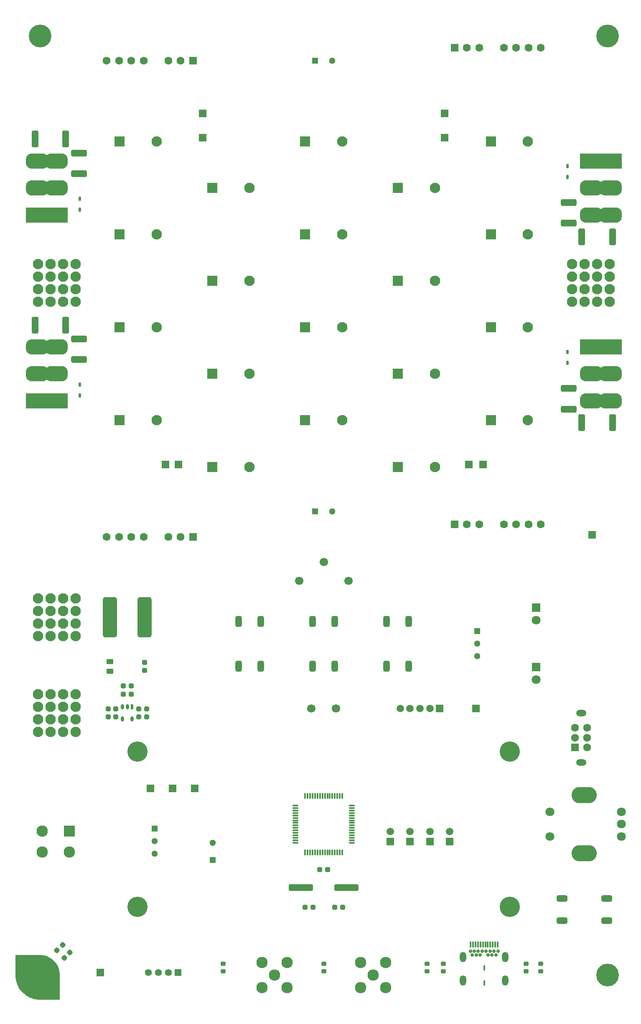
<source format=gts>
G04 Layer_Color=8388736*
%FSLAX44Y44*%
%MOMM*%
G71*
G01*
G75*
%ADD37R,1.4000X1.4000*%
%ADD43C,1.7000*%
%ADD44C,1.5000*%
%ADD45R,1.5000X1.5000*%
%ADD47C,1.4000*%
%ADD52C,1.6000*%
%ADD55R,2.3000X2.3000*%
%ADD56C,2.3000*%
%ADD60R,1.3000X1.3000*%
%ADD61C,1.3000*%
%ADD107R,0.3000X1.1000*%
%ADD108O,0.4000X1.3000*%
%ADD109R,0.4000X1.3000*%
G04:AMPARAMS|DCode=110|XSize=0.9mm|YSize=1mm|CornerRadius=0.25mm|HoleSize=0mm|Usage=FLASHONLY|Rotation=270.000|XOffset=0mm|YOffset=0mm|HoleType=Round|Shape=RoundedRectangle|*
%AMROUNDEDRECTD110*
21,1,0.9000,0.5000,0,0,270.0*
21,1,0.4000,1.0000,0,0,270.0*
1,1,0.5000,-0.2500,-0.2000*
1,1,0.5000,-0.2500,0.2000*
1,1,0.5000,0.2500,0.2000*
1,1,0.5000,0.2500,-0.2000*
%
%ADD110ROUNDEDRECTD110*%
G04:AMPARAMS|DCode=111|XSize=2.2mm|YSize=1.3mm|CornerRadius=0.35mm|HoleSize=0mm|Usage=FLASHONLY|Rotation=180.000|XOffset=0mm|YOffset=0mm|HoleType=Round|Shape=RoundedRectangle|*
%AMROUNDEDRECTD111*
21,1,2.2000,0.6000,0,0,180.0*
21,1,1.5000,1.3000,0,0,180.0*
1,1,0.7000,-0.7500,0.3000*
1,1,0.7000,0.7500,0.3000*
1,1,0.7000,0.7500,-0.3000*
1,1,0.7000,-0.7500,-0.3000*
%
%ADD111ROUNDEDRECTD111*%
%ADD112O,1.3000X0.3500*%
%ADD113O,0.3500X1.3000*%
%ADD114R,0.3500X1.3000*%
G04:AMPARAMS|DCode=115|XSize=4.9mm|YSize=1.3mm|CornerRadius=0.242mm|HoleSize=0mm|Usage=FLASHONLY|Rotation=180.000|XOffset=0mm|YOffset=0mm|HoleType=Round|Shape=RoundedRectangle|*
%AMROUNDEDRECTD115*
21,1,4.9000,0.8160,0,0,180.0*
21,1,4.4160,1.3000,0,0,180.0*
1,1,0.4840,-2.2080,0.4080*
1,1,0.4840,2.2080,0.4080*
1,1,0.4840,2.2080,-0.4080*
1,1,0.4840,-2.2080,-0.4080*
%
%ADD115ROUNDEDRECTD115*%
G04:AMPARAMS|DCode=116|XSize=1mm|YSize=1mm|CornerRadius=0.2795mm|HoleSize=0mm|Usage=FLASHONLY|Rotation=180.000|XOffset=0mm|YOffset=0mm|HoleType=Round|Shape=RoundedRectangle|*
%AMROUNDEDRECTD116*
21,1,1.0000,0.4410,0,0,180.0*
21,1,0.4410,1.0000,0,0,180.0*
1,1,0.5590,-0.2205,0.2205*
1,1,0.5590,0.2205,0.2205*
1,1,0.5590,0.2205,-0.2205*
1,1,0.5590,-0.2205,-0.2205*
%
%ADD116ROUNDEDRECTD116*%
G04:AMPARAMS|DCode=117|XSize=2.2mm|YSize=1.3mm|CornerRadius=0.35mm|HoleSize=0mm|Usage=FLASHONLY|Rotation=90.000|XOffset=0mm|YOffset=0mm|HoleType=Round|Shape=RoundedRectangle|*
%AMROUNDEDRECTD117*
21,1,2.2000,0.6000,0,0,90.0*
21,1,1.5000,1.3000,0,0,90.0*
1,1,0.7000,0.3000,0.7500*
1,1,0.7000,0.3000,-0.7500*
1,1,0.7000,-0.3000,-0.7500*
1,1,0.7000,-0.3000,0.7500*
%
%ADD117ROUNDEDRECTD117*%
%ADD118R,0.6000X1.1000*%
%ADD119O,0.6000X1.1000*%
G04:AMPARAMS|DCode=120|XSize=1mm|YSize=1mm|CornerRadius=0.2795mm|HoleSize=0mm|Usage=FLASHONLY|Rotation=270.000|XOffset=0mm|YOffset=0mm|HoleType=Round|Shape=RoundedRectangle|*
%AMROUNDEDRECTD120*
21,1,1.0000,0.4410,0,0,270.0*
21,1,0.4410,1.0000,0,0,270.0*
1,1,0.5590,-0.2205,-0.2205*
1,1,0.5590,-0.2205,0.2205*
1,1,0.5590,0.2205,0.2205*
1,1,0.5590,0.2205,-0.2205*
%
%ADD120ROUNDEDRECTD120*%
G04:AMPARAMS|DCode=121|XSize=1.1mm|YSize=1.4mm|CornerRadius=0.305mm|HoleSize=0mm|Usage=FLASHONLY|Rotation=90.000|XOffset=0mm|YOffset=0mm|HoleType=Round|Shape=RoundedRectangle|*
%AMROUNDEDRECTD121*
21,1,1.1000,0.7900,0,0,90.0*
21,1,0.4900,1.4000,0,0,90.0*
1,1,0.6100,0.3950,0.2450*
1,1,0.6100,0.3950,-0.2450*
1,1,0.6100,-0.3950,-0.2450*
1,1,0.6100,-0.3950,0.2450*
%
%ADD121ROUNDEDRECTD121*%
G04:AMPARAMS|DCode=122|XSize=2.8mm|YSize=8.1mm|CornerRadius=0.401mm|HoleSize=0mm|Usage=FLASHONLY|Rotation=0.000|XOffset=0mm|YOffset=0mm|HoleType=Round|Shape=RoundedRectangle|*
%AMROUNDEDRECTD122*
21,1,2.8000,7.2980,0,0,0.0*
21,1,1.9980,8.1000,0,0,0.0*
1,1,0.8020,0.9990,-3.6490*
1,1,0.8020,-0.9990,-3.6490*
1,1,0.8020,-0.9990,3.6490*
1,1,0.8020,0.9990,3.6490*
%
%ADD122ROUNDEDRECTD122*%
G04:AMPARAMS|DCode=123|XSize=0.9mm|YSize=0.5mm|CornerRadius=0.15mm|HoleSize=0mm|Usage=FLASHONLY|Rotation=270.000|XOffset=0mm|YOffset=0mm|HoleType=Round|Shape=RoundedRectangle|*
%AMROUNDEDRECTD123*
21,1,0.9000,0.2000,0,0,270.0*
21,1,0.6000,0.5000,0,0,270.0*
1,1,0.3000,-0.1000,-0.3000*
1,1,0.3000,-0.1000,0.3000*
1,1,0.3000,0.1000,0.3000*
1,1,0.3000,0.1000,-0.3000*
%
%ADD123ROUNDEDRECTD123*%
G04:AMPARAMS|DCode=124|XSize=1.4mm|YSize=3.2mm|CornerRadius=0.3295mm|HoleSize=0mm|Usage=FLASHONLY|Rotation=270.000|XOffset=0mm|YOffset=0mm|HoleType=Round|Shape=RoundedRectangle|*
%AMROUNDEDRECTD124*
21,1,1.4000,2.5410,0,0,270.0*
21,1,0.7410,3.2000,0,0,270.0*
1,1,0.6590,-1.2705,-0.3705*
1,1,0.6590,-1.2705,0.3705*
1,1,0.6590,1.2705,0.3705*
1,1,0.6590,1.2705,-0.3705*
%
%ADD124ROUNDEDRECTD124*%
G04:AMPARAMS|DCode=125|XSize=1.4mm|YSize=3.4mm|CornerRadius=0.31mm|HoleSize=0mm|Usage=FLASHONLY|Rotation=0.000|XOffset=0mm|YOffset=0mm|HoleType=Round|Shape=RoundedRectangle|*
%AMROUNDEDRECTD125*
21,1,1.4000,2.7800,0,0,0.0*
21,1,0.7800,3.4000,0,0,0.0*
1,1,0.6200,0.3900,-1.3900*
1,1,0.6200,-0.3900,-1.3900*
1,1,0.6200,-0.3900,1.3900*
1,1,0.6200,0.3900,1.3900*
%
%ADD125ROUNDEDRECTD125*%
G04:AMPARAMS|DCode=126|XSize=1mm|YSize=1mm|CornerRadius=0.2795mm|HoleSize=0mm|Usage=FLASHONLY|Rotation=45.000|XOffset=0mm|YOffset=0mm|HoleType=Round|Shape=RoundedRectangle|*
%AMROUNDEDRECTD126*
21,1,1.0000,0.4410,0,0,45.0*
21,1,0.4410,1.0000,0,0,45.0*
1,1,0.5590,0.3118,0.0000*
1,1,0.5590,0.0000,-0.3118*
1,1,0.5590,-0.3118,0.0000*
1,1,0.5590,0.0000,0.3118*
%
%ADD126ROUNDEDRECTD126*%
%ADD127R,1.5000X1.5000*%
%ADD128C,2.1000*%
%ADD129C,0.7000*%
%ADD130O,1.3000X2.1000*%
%ADD131O,5.1000X3.3000*%
%ADD132C,1.8000*%
%ADD133R,1.6000X1.6000*%
%ADD134O,2.1000X1.3000*%
%ADD135R,1.8000X1.8000*%
%ADD136R,1.2800X1.2800*%
%ADD137C,1.2800*%
%ADD138R,1.3000X1.3000*%
%ADD139R,4.6000X3.1000*%
G04:AMPARAMS|DCode=140|XSize=3.1mm|YSize=4.6mm|CornerRadius=1.25mm|HoleSize=0mm|Usage=FLASHONLY|Rotation=270.000|XOffset=0mm|YOffset=0mm|HoleType=Round|Shape=RoundedRectangle|*
%AMROUNDEDRECTD140*
21,1,3.1000,2.1000,0,0,270.0*
21,1,0.6000,4.6000,0,0,270.0*
1,1,2.5000,-1.0500,-0.3000*
1,1,2.5000,-1.0500,0.3000*
1,1,2.5000,1.0500,0.3000*
1,1,2.5000,1.0500,-0.3000*
%
%ADD140ROUNDEDRECTD140*%
%ADD141C,4.6000*%
%ADD142R,2.1000X2.1000*%
%ADD143C,4.1000*%
G36*
X52000Y90000D02*
X54556Y89934D01*
X59608Y89137D01*
X64512Y87687D01*
X69185Y85610D01*
X73547Y82940D01*
X77523Y79724D01*
X81046Y76016D01*
X84054Y71880D01*
X86496Y67387D01*
X88332Y62614D01*
X89528Y57642D01*
X90065Y52556D01*
X90000Y50000D01*
X90000Y50000D01*
X90000Y0D01*
X50000D01*
X46723Y-0D01*
X40224Y855D01*
X33893Y2552D01*
X27838Y5060D01*
X22162Y8337D01*
X16962Y12327D01*
X12327Y16962D01*
X8337Y22162D01*
X5060Y27838D01*
X2552Y33893D01*
X856Y40224D01*
X-0Y46723D01*
X0Y50000D01*
Y50000D01*
Y90000D01*
X52000Y90000D01*
D02*
G37*
D37*
X330000Y55000D02*
D03*
D43*
X650000Y589000D02*
D03*
X600000D02*
D03*
X675000Y847000D02*
D03*
X575000D02*
D03*
X625000Y885000D02*
D03*
D44*
X880000Y340000D02*
D03*
X840000D02*
D03*
X800000D02*
D03*
X760000D02*
D03*
X800000Y589000D02*
D03*
X840000D02*
D03*
X820000D02*
D03*
X780000D02*
D03*
D45*
X880000Y320000D02*
D03*
X840000D02*
D03*
X800000D02*
D03*
X760000D02*
D03*
D47*
X310000Y55000D02*
D03*
X290000D02*
D03*
X270000D02*
D03*
D52*
X1159000Y510000D02*
D03*
Y530000D02*
D03*
Y550000D02*
D03*
X1134000Y530000D02*
D03*
Y550000D02*
D03*
X915000Y1926000D02*
D03*
X940000D02*
D03*
X990000D02*
D03*
X1015000D02*
D03*
X1040000D02*
D03*
X1065000D02*
D03*
X915000Y962000D02*
D03*
X940000D02*
D03*
X990000D02*
D03*
X1015000D02*
D03*
X1040000D02*
D03*
X1065000D02*
D03*
X335000Y1900000D02*
D03*
X310000D02*
D03*
X260000D02*
D03*
X235000D02*
D03*
X210000D02*
D03*
X185000D02*
D03*
X335000Y936000D02*
D03*
X310000D02*
D03*
X260000D02*
D03*
X235000D02*
D03*
X210000D02*
D03*
X185000D02*
D03*
D55*
X109500Y341000D02*
D03*
D56*
X750400Y75400D02*
D03*
X699600D02*
D03*
Y24600D02*
D03*
X750400D02*
D03*
X725000Y50000D02*
D03*
X550400Y75400D02*
D03*
X499600D02*
D03*
Y24600D02*
D03*
X550400D02*
D03*
X525000Y50000D02*
D03*
X109500Y299000D02*
D03*
X54500Y341000D02*
D03*
Y299000D02*
D03*
D60*
X607500Y1900000D02*
D03*
Y988000D02*
D03*
D61*
X642500Y1900000D02*
D03*
Y988000D02*
D03*
X400000Y317500D02*
D03*
D107*
X950000Y33500D02*
D03*
Y64500D02*
D03*
D108*
X977500Y111300D02*
D03*
X972500D02*
D03*
X967500D02*
D03*
X962500D02*
D03*
X957500D02*
D03*
X952500D02*
D03*
X947500D02*
D03*
X942500D02*
D03*
X937500D02*
D03*
X932500D02*
D03*
X927500D02*
D03*
D109*
X922500D02*
D03*
D110*
X1064995Y57500D02*
D03*
Y72500D02*
D03*
X1034995Y57500D02*
D03*
Y72500D02*
D03*
X867000D02*
D03*
Y57500D02*
D03*
X834000Y72500D02*
D03*
Y57500D02*
D03*
X421000D02*
D03*
Y72500D02*
D03*
X625000Y57500D02*
D03*
Y72500D02*
D03*
D111*
X1107500Y204500D02*
D03*
X1198500D02*
D03*
X1107500Y159500D02*
D03*
X1198500D02*
D03*
D112*
X568000Y317500D02*
D03*
Y322500D02*
D03*
Y327500D02*
D03*
Y332500D02*
D03*
Y337500D02*
D03*
Y342500D02*
D03*
Y347500D02*
D03*
Y352500D02*
D03*
Y357500D02*
D03*
Y362500D02*
D03*
Y367500D02*
D03*
Y372500D02*
D03*
Y377500D02*
D03*
Y382500D02*
D03*
Y387500D02*
D03*
Y392500D02*
D03*
X682000D02*
D03*
Y387500D02*
D03*
Y382500D02*
D03*
Y377500D02*
D03*
Y372500D02*
D03*
Y367500D02*
D03*
Y362500D02*
D03*
Y357500D02*
D03*
Y352500D02*
D03*
Y347500D02*
D03*
Y342500D02*
D03*
Y337500D02*
D03*
Y332500D02*
D03*
Y327500D02*
D03*
Y322500D02*
D03*
Y317500D02*
D03*
D113*
X587500Y412000D02*
D03*
X592500D02*
D03*
X597500D02*
D03*
X602500D02*
D03*
X607500D02*
D03*
X612500D02*
D03*
X617500D02*
D03*
X622500D02*
D03*
X627500D02*
D03*
X632500D02*
D03*
X637500D02*
D03*
X642500D02*
D03*
X647500D02*
D03*
X652500D02*
D03*
X657500D02*
D03*
X662500D02*
D03*
Y298000D02*
D03*
X657500D02*
D03*
X652500D02*
D03*
X647500D02*
D03*
X642500D02*
D03*
X637500D02*
D03*
X632500D02*
D03*
X627500D02*
D03*
X622500D02*
D03*
X617500D02*
D03*
X612500D02*
D03*
X607500D02*
D03*
X602500D02*
D03*
X597500D02*
D03*
X592500D02*
D03*
D114*
X587500D02*
D03*
D115*
X578700Y227000D02*
D03*
X671300D02*
D03*
D116*
X617000Y263000D02*
D03*
X633000D02*
D03*
X647000Y187000D02*
D03*
X663000D02*
D03*
X587000D02*
D03*
X603000D02*
D03*
X219000Y635000D02*
D03*
X235000D02*
D03*
Y618000D02*
D03*
X219000D02*
D03*
D117*
X797500Y765500D02*
D03*
Y674500D02*
D03*
X752500Y765500D02*
D03*
Y674500D02*
D03*
X647500Y765500D02*
D03*
Y674500D02*
D03*
X602500Y765500D02*
D03*
Y674500D02*
D03*
X497500Y765500D02*
D03*
Y674500D02*
D03*
X452500Y765500D02*
D03*
Y674500D02*
D03*
D118*
X236500Y592500D02*
D03*
D119*
X227000D02*
D03*
X217500D02*
D03*
Y567500D02*
D03*
X236500D02*
D03*
D120*
X266000Y572000D02*
D03*
Y588000D02*
D03*
X250000D02*
D03*
Y572000D02*
D03*
X204000D02*
D03*
Y588000D02*
D03*
X188000Y572000D02*
D03*
Y588000D02*
D03*
X262000Y666000D02*
D03*
Y682000D02*
D03*
D121*
X192000Y684000D02*
D03*
Y664000D02*
D03*
D122*
X262000Y774000D02*
D03*
X192000D02*
D03*
D123*
X1119000Y1288000D02*
D03*
Y1310000D02*
D03*
Y1664000D02*
D03*
Y1686000D02*
D03*
X131000Y1244000D02*
D03*
Y1222000D02*
D03*
Y1620000D02*
D03*
Y1598000D02*
D03*
D124*
X1121000Y1194500D02*
D03*
Y1236500D02*
D03*
Y1571000D02*
D03*
Y1613000D02*
D03*
X129000Y1337000D02*
D03*
Y1295000D02*
D03*
Y1713000D02*
D03*
Y1671000D02*
D03*
D125*
X1210000Y1167000D02*
D03*
X1148000D02*
D03*
X1210000Y1543000D02*
D03*
X1148000D02*
D03*
X40000Y1741000D02*
D03*
X102000D02*
D03*
X40000Y1365000D02*
D03*
X102000D02*
D03*
D126*
X95657Y110657D02*
D03*
X84343Y99343D02*
D03*
X110657Y95657D02*
D03*
X99343Y84343D02*
D03*
D127*
X304000Y1083000D02*
D03*
X380000Y1793000D02*
D03*
X331000Y1083000D02*
D03*
X380000Y1744000D02*
D03*
X870000D02*
D03*
X919000Y1083000D02*
D03*
X870000Y1793000D02*
D03*
X948000Y1083000D02*
D03*
X933000Y589000D02*
D03*
X172000Y55000D02*
D03*
X1169000Y940000D02*
D03*
X274000Y427000D02*
D03*
X319000D02*
D03*
X364000D02*
D03*
X860000Y589000D02*
D03*
D128*
X122100Y618100D02*
D03*
Y567300D02*
D03*
Y592700D02*
D03*
X96700Y541900D02*
D03*
X122100D02*
D03*
X71300D02*
D03*
X45900Y567300D02*
D03*
Y541900D02*
D03*
Y592700D02*
D03*
Y618100D02*
D03*
X71300D02*
D03*
X96700D02*
D03*
X71300Y592700D02*
D03*
X96700D02*
D03*
X71300Y567300D02*
D03*
X96700D02*
D03*
X96700Y1437300D02*
D03*
X71300D02*
D03*
X96700Y1462700D02*
D03*
X71300D02*
D03*
X96700Y1488100D02*
D03*
X71300D02*
D03*
X45900D02*
D03*
Y1462700D02*
D03*
Y1411900D02*
D03*
Y1437300D02*
D03*
X71300Y1411900D02*
D03*
X122100D02*
D03*
X96700D02*
D03*
X122100Y1462700D02*
D03*
Y1437300D02*
D03*
Y1488100D02*
D03*
X1204100D02*
D03*
Y1437300D02*
D03*
Y1462700D02*
D03*
X1178700Y1411900D02*
D03*
X1204100D02*
D03*
X1153300D02*
D03*
X1127900Y1437300D02*
D03*
Y1411900D02*
D03*
Y1462700D02*
D03*
Y1488100D02*
D03*
X1153300D02*
D03*
X1178700D02*
D03*
X1153300Y1462700D02*
D03*
X1178700D02*
D03*
X1153300Y1437300D02*
D03*
X1178700D02*
D03*
X96700Y761300D02*
D03*
X71300D02*
D03*
X96700Y786700D02*
D03*
X71300D02*
D03*
X96700Y812100D02*
D03*
X71300D02*
D03*
X45900D02*
D03*
Y786700D02*
D03*
Y735900D02*
D03*
Y761300D02*
D03*
X71300Y735900D02*
D03*
X122100D02*
D03*
X96700D02*
D03*
X122100Y786700D02*
D03*
Y761300D02*
D03*
Y812100D02*
D03*
X1038500Y1172000D02*
D03*
Y1360000D02*
D03*
Y1548000D02*
D03*
Y1736000D02*
D03*
X850500Y1078000D02*
D03*
Y1266000D02*
D03*
Y1454000D02*
D03*
Y1642000D02*
D03*
X662500Y1172000D02*
D03*
Y1360000D02*
D03*
Y1548000D02*
D03*
Y1736000D02*
D03*
X474500Y1078000D02*
D03*
Y1266000D02*
D03*
Y1454000D02*
D03*
Y1642000D02*
D03*
X286500Y1172000D02*
D03*
Y1360000D02*
D03*
Y1548000D02*
D03*
Y1736000D02*
D03*
D129*
X970000Y97800D02*
D03*
X930000D02*
D03*
X922000D02*
D03*
X926000Y90700D02*
D03*
X934000D02*
D03*
X938000Y97800D02*
D03*
X942000Y90700D02*
D03*
X946000Y97800D02*
D03*
X954000D02*
D03*
X958000Y90700D02*
D03*
X962000Y97800D02*
D03*
X966000Y90700D02*
D03*
X974000D02*
D03*
X978000Y97800D02*
D03*
D130*
X992700Y39000D02*
D03*
X907300D02*
D03*
X992700Y86300D02*
D03*
X907300D02*
D03*
D131*
X1153000Y414000D02*
D03*
Y296000D02*
D03*
D132*
X1228000Y380000D02*
D03*
Y355000D02*
D03*
Y330000D02*
D03*
X1083000Y380000D02*
D03*
Y330000D02*
D03*
X1055000Y767300D02*
D03*
Y647300D02*
D03*
D133*
X1134000Y510000D02*
D03*
X890000Y1926000D02*
D03*
Y962000D02*
D03*
X360000Y1900000D02*
D03*
Y936000D02*
D03*
D134*
X1146500Y480000D02*
D03*
Y580000D02*
D03*
D135*
X1055000Y792700D02*
D03*
Y672700D02*
D03*
D136*
X936000Y745400D02*
D03*
X282000Y345800D02*
D03*
D137*
X936000Y720000D02*
D03*
Y694600D02*
D03*
X282000Y320400D02*
D03*
Y295000D02*
D03*
D138*
X400000Y282500D02*
D03*
D139*
X1167000Y1696500D02*
D03*
X1206000D02*
D03*
X44000Y1587500D02*
D03*
X83000Y1211500D02*
D03*
X1167000Y1320500D02*
D03*
X1206000D02*
D03*
X44000Y1211500D02*
D03*
X83000Y1587500D02*
D03*
D140*
X1167000Y1642000D02*
D03*
Y1587500D02*
D03*
X1206000Y1642000D02*
D03*
Y1587500D02*
D03*
X44000Y1642000D02*
D03*
Y1696500D02*
D03*
X83000Y1266000D02*
D03*
Y1320500D02*
D03*
X1167000Y1211500D02*
D03*
Y1266000D02*
D03*
X1206000Y1211500D02*
D03*
Y1266000D02*
D03*
X44000Y1320500D02*
D03*
Y1266000D02*
D03*
X83000Y1696500D02*
D03*
Y1642000D02*
D03*
D141*
X1200000Y50000D02*
D03*
X50000Y1950000D02*
D03*
Y50000D02*
D03*
X1200000Y1950000D02*
D03*
D142*
X963500Y1172000D02*
D03*
Y1360000D02*
D03*
Y1548000D02*
D03*
Y1736000D02*
D03*
X775500Y1078000D02*
D03*
Y1266000D02*
D03*
Y1454000D02*
D03*
Y1642000D02*
D03*
X587500Y1172000D02*
D03*
Y1360000D02*
D03*
Y1548000D02*
D03*
Y1736000D02*
D03*
X399500Y1078000D02*
D03*
Y1266000D02*
D03*
Y1454000D02*
D03*
Y1642000D02*
D03*
X211500Y1172000D02*
D03*
Y1360000D02*
D03*
Y1548000D02*
D03*
Y1736000D02*
D03*
D143*
X1002000Y188000D02*
D03*
Y502000D02*
D03*
X248000D02*
D03*
Y188000D02*
D03*
M02*

</source>
